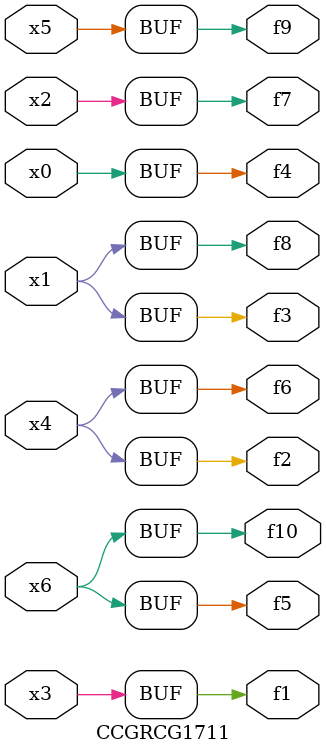
<source format=v>
module CCGRCG1711(
	input x0, x1, x2, x3, x4, x5, x6,
	output f1, f2, f3, f4, f5, f6, f7, f8, f9, f10
);
	assign f1 = x3;
	assign f2 = x4;
	assign f3 = x1;
	assign f4 = x0;
	assign f5 = x6;
	assign f6 = x4;
	assign f7 = x2;
	assign f8 = x1;
	assign f9 = x5;
	assign f10 = x6;
endmodule

</source>
